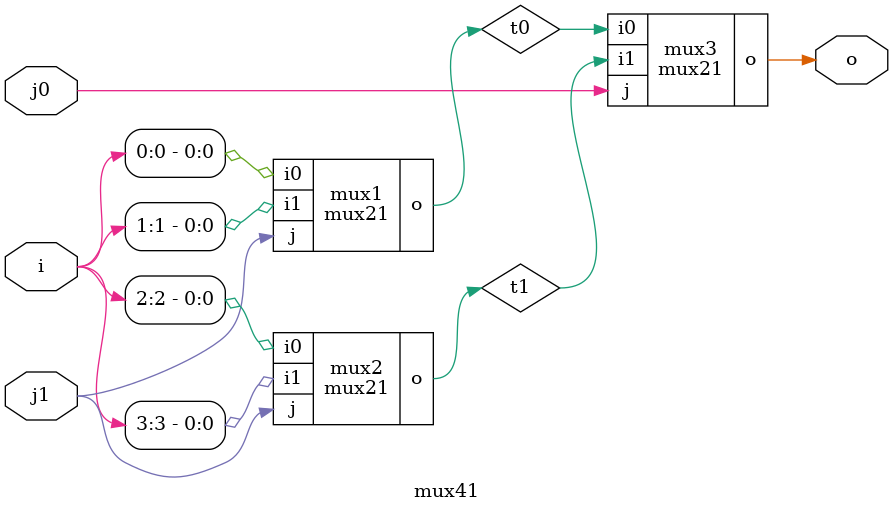
<source format=v>
module mux21(input wire i0,i1,j, output wire o);
assign o = (j==0)? i0 : i1 ;
endmodule

module mux41(input wire [0:3]i,input wire j0,j1, output wire o);
wire t0,t1;
mux21 mux1(i[0],i[1],j1,t0);
mux21 mux2(i[2],i[3],j1,t1);
mux21 mux3(t0,t1,j0,o);

endmodule

</source>
